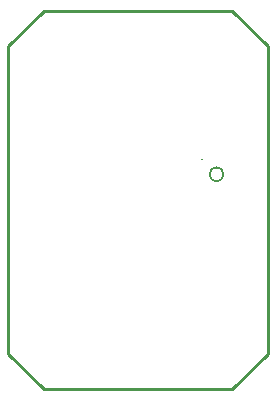
<source format=gbr>
%TF.GenerationSoftware,Altium Limited,Altium Designer,18.1.9 (240)*%
G04 Layer_Color=16711935*
%FSLAX45Y45*%
%MOMM*%
%TF.FileFunction,Other,Mechanical_5*%
%TF.Part,Single*%
G01*
G75*
%TA.AperFunction,NonConductor*%
%ADD18C,0.25400*%
%ADD52C,0.12700*%
D18*
X2200000Y300000D02*
Y2900000D01*
X1900000Y3200000D02*
X2200000Y2900000D01*
X300000Y3200000D02*
X1900000D01*
X0Y2900000D02*
X300000Y3200000D01*
X0Y300000D02*
Y2900000D01*
Y300000D02*
X300000Y0D01*
X1900000D01*
X2200000Y300000D01*
D52*
X1824070Y1818347D02*
G03*
X1704690Y1818347I-59690J0D01*
G01*
D02*
G03*
X1824070Y1818347I59690J0D01*
G01*
X1645000Y1945347D02*
Y1945441D01*
%TF.MD5,934ba0f5714205c513650cc7ff52e846*%
M02*

</source>
